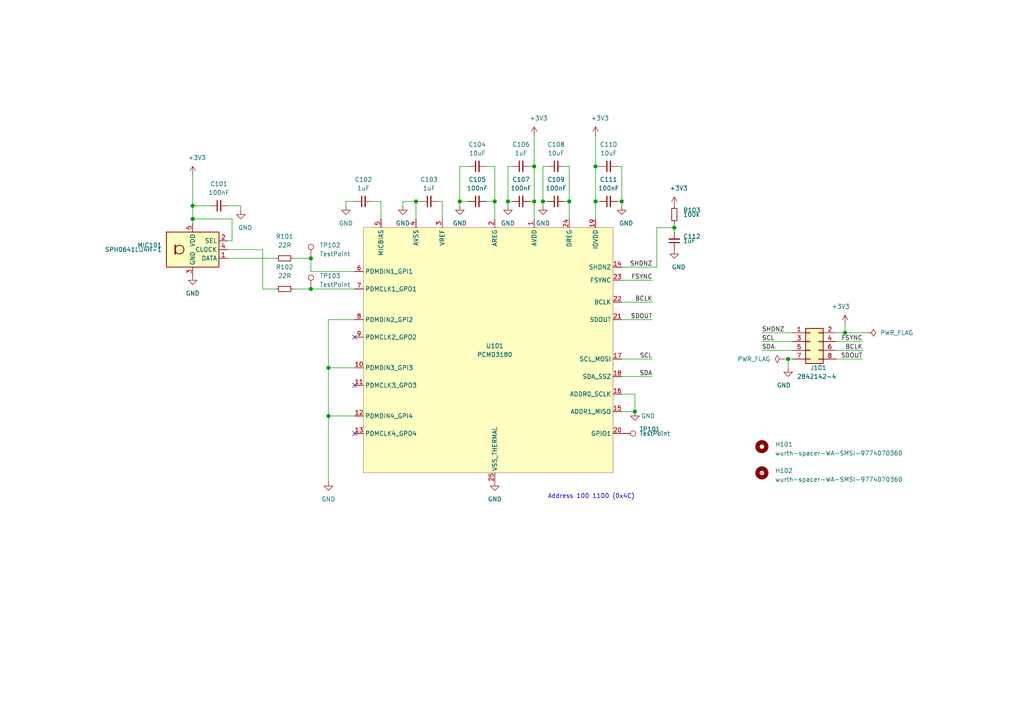
<source format=kicad_sch>
(kicad_sch (version 20210126) (generator eeschema)
  (paper "A4")
  (lib_symbols
    (symbol "Connector:TestPoint" (pin_numbers hide) (pin_names (offset 0.762) hide)
      (property "Reference" "TP" (at 0 6.858 0))
      (property "Value" "TestPoint" (at 0 5.08 0))
      (symbol "TestPoint_0_1"
        (circle (center 0 3.302) (radius 0.762))
      )
      (symbol "TestPoint_1_1"
        (pin passive line (at 0 0 90) (length 2.54) (name "1") (number "1"))
      )
    )
    (symbol "Connector_Generic:Conn_02x04_Odd_Even" (pin_names (offset 1.016) hide)
      (property "Reference" "J" (at 1.27 5.08 0))
      (property "Value" "Conn_02x04_Odd_Even" (at 1.27 -7.62 0))
      (symbol "Conn_02x04_Odd_Even_1_1"
        (rectangle (start -1.27 -4.953) (end 0 -5.207) (stroke (width 0.1524)))
        (rectangle (start -1.27 -2.413) (end 0 -2.667) (stroke (width 0.1524)))
        (rectangle (start -1.27 0.127) (end 0 -0.127) (stroke (width 0.1524)))
        (rectangle (start -1.27 2.667) (end 0 2.413) (stroke (width 0.1524)))
        (rectangle (start 3.81 -4.953) (end 2.54 -5.207) (stroke (width 0.1524)))
        (rectangle (start 3.81 -2.413) (end 2.54 -2.667) (stroke (width 0.1524)))
        (rectangle (start 3.81 0.127) (end 2.54 -0.127) (stroke (width 0.1524)))
        (rectangle (start 3.81 2.667) (end 2.54 2.413) (stroke (width 0.1524)))
        (rectangle (start -1.27 3.81) (end 3.81 -6.35) (stroke (width 0.254)) (fill (type background)))
        (pin passive line (at -5.08 2.54 0) (length 3.81) (name "Pin_1") (number "1"))
        (pin passive line (at 7.62 2.54 180) (length 3.81) (name "Pin_2") (number "2"))
        (pin passive line (at -5.08 0 0) (length 3.81) (name "Pin_3") (number "3"))
        (pin passive line (at 7.62 0 180) (length 3.81) (name "Pin_4") (number "4"))
        (pin passive line (at -5.08 -2.54 0) (length 3.81) (name "Pin_5") (number "5"))
        (pin passive line (at 7.62 -2.54 180) (length 3.81) (name "Pin_6") (number "6"))
        (pin passive line (at -5.08 -5.08 0) (length 3.81) (name "Pin_7") (number "7"))
        (pin passive line (at 7.62 -5.08 180) (length 3.81) (name "Pin_8") (number "8"))
      )
    )
    (symbol "Device:C_Small" (pin_numbers hide) (pin_names (offset 0.254) hide)
      (property "Reference" "C" (at 0.254 1.778 0))
      (property "Value" "C_Small" (at 0.254 -2.032 0))
      (symbol "C_Small_0_1"
        (polyline (pts (xy -1.524 -0.508) (xy 1.524 -0.508)) (stroke (width 0.3302)))
        (polyline (pts (xy -1.524 0.508) (xy 1.524 0.508)) (stroke (width 0.3048)))
      )
      (symbol "C_Small_1_1"
        (pin passive line (at 0 2.54 270) (length 2.032) (name "~") (number "1"))
        (pin passive line (at 0 -2.54 90) (length 2.032) (name "~") (number "2"))
      )
    )
    (symbol "Device:R_Small" (pin_numbers hide) (pin_names (offset 0.254) hide)
      (property "Reference" "R" (at 0.762 0.508 0))
      (property "Value" "R_Small" (at 0.762 -1.016 0))
      (symbol "R_Small_0_1"
        (rectangle (start -0.762 1.778) (end 0.762 -1.778) (stroke (width 0.2032)))
      )
      (symbol "R_Small_1_1"
        (pin passive line (at 0 2.54 270) (length 0.762) (name "~") (number "1"))
        (pin passive line (at 0 -2.54 90) (length 0.762) (name "~") (number "2"))
      )
    )
    (symbol "Mechanical:MountingHole" (pin_names (offset 1.016))
      (property "Reference" "H" (at 0 5.08 0))
      (property "Value" "MountingHole" (at 0 3.175 0))
      (symbol "MountingHole_0_1"
        (circle (center 0 0) (radius 1.27) (stroke (width 1.27)))
      )
    )
    (symbol "Sensor_Audio:SPH0641LU4H-1"
      (property "Reference" "MK" (at 5.08 6.35 0))
      (property "Value" "SPH0641LU4H-1" (at 8.89 -6.35 0))
      (symbol "SPH0641LU4H-1_1_1"
        (circle (center -3.81 0) (radius 1.27) (stroke (width 0.254)))
        (rectangle (start -7.62 5.08) (end 7.62 -5.08) (stroke (width 0.254)) (fill (type background)))
        (polyline (pts (xy -5.08 1.27) (xy -5.08 -1.27)) (stroke (width 0.381)))
        (pin output line (at 10.16 -2.54 180) (length 2.54) (name "DATA") (number "1"))
        (pin input line (at 10.16 2.54 180) (length 2.54) (name "SEL") (number "2"))
        (pin power_in line (at 0 -7.62 90) (length 2.54) (name "GND") (number "3"))
        (pin input line (at 10.16 0 180) (length 2.54) (name "CLOCK") (number "4"))
        (pin power_in line (at 0 7.62 270) (length 2.54) (name "VDD") (number "5"))
      )
    )
    (symbol "j_Audio:PCMD3180"
      (property "Reference" "U" (at 0 1.27 0))
      (property "Value" "PCMD3180" (at 0 -1.27 0))
      (symbol "PCMD3180_0_1"
        (rectangle (start -38.1 35.56) (end 34.29 -35.56) (stroke (width 0.001)) (fill (type background)))
      )
      (symbol "PCMD3180_1_1"
        (pin power_in line (at 11.43 38.1 270) (length 2.54) (name "AVDD") (number "1"))
        (pin input line (at -40.64 -5.08 0) (length 2.54) (name "PDMDIN3_GPI3") (number "10"))
        (pin output line (at -40.64 -10.16 0) (length 2.54) (name "PDMCLK3_GPO3") (number "11"))
        (pin input line (at -40.64 -19.05 0) (length 2.54) (name "PDMDIN4_GPI4") (number "12"))
        (pin output line (at -40.64 -24.13 0) (length 2.54) (name "PDMCLK4_GPO4") (number "13"))
        (pin input line (at 36.83 24.13 180) (length 2.54) (name "SHDNZ") (number "14"))
        (pin bidirectional line (at 36.83 -17.78 180) (length 2.54) (name "ADDR1_MISO") (number "15"))
        (pin input line (at 36.83 -12.7 180) (length 2.54) (name "ADDR0_SCLK") (number "16"))
        (pin input line (at 36.83 -2.54 180) (length 2.54) (name "SCL_MOSI") (number "17"))
        (pin bidirectional line (at 36.83 -7.62 180) (length 2.54) (name "SDA_SSZ") (number "18"))
        (pin power_in line (at 29.21 38.1 270) (length 2.54) (name "IOVDD") (number "19"))
        (pin power_out line (at 0 38.1 270) (length 2.54) (name "AREG") (number "2"))
        (pin bidirectional line (at 36.83 -24.13 180) (length 2.54) (name "GPIO1") (number "20"))
        (pin output line (at 36.83 8.89 180) (length 2.54) (name "SDOUT") (number "21"))
        (pin bidirectional line (at 36.83 13.97 180) (length 2.54) (name "BCLK") (number "22"))
        (pin bidirectional line (at 36.83 20.32 180) (length 2.54) (name "FSYNC") (number "23"))
        (pin power_out line (at 21.59 38.1 270) (length 2.54) (name "DREG") (number "24"))
        (pin power_in line (at 0 -38.1 90) (length 2.54) (name "VSS_THERMAL") (number "25"))
        (pin power_out line (at -15.24 38.1 270) (length 2.54) (name "VREF") (number "3"))
        (pin power_in line (at -22.86 38.1 270) (length 2.54) (name "AVSS") (number "4"))
        (pin power_out line (at -33.02 38.1 270) (length 2.54) (name "MICBIAS") (number "5"))
        (pin input line (at -40.64 22.86 0) (length 2.54) (name "PDMDIN1_GPI1") (number "6"))
        (pin output line (at -40.64 17.78 0) (length 2.54) (name "PDMCLK1_GPO1") (number "7"))
        (pin input line (at -40.64 8.89 0) (length 2.54) (name "PDMDIN2_GPI2") (number "8"))
        (pin output line (at -40.64 3.81 0) (length 2.54) (name "PDMCLK2_GPO2") (number "9"))
      )
    )
    (symbol "power:+3V3" (power) (pin_names (offset 0))
      (property "Value" "+3V3" (at 0 3.556 0))
      (symbol "+3V3_0_1"
        (polyline (pts (xy -0.762 1.27) (xy 0 2.54)))
        (polyline (pts (xy 0 0) (xy 0 2.54)))
        (polyline (pts (xy 0 2.54) (xy 0.762 1.27)))
      )
      (symbol "+3V3_1_1"
        (pin power_in line (at 0 0 90) (length 0) hide (name "+3V3") (number "1"))
      )
    )
    (symbol "power:GND" (power) (pin_names (offset 0))
      (property "Value" "GND" (at 0 -3.81 0))
      (symbol "GND_0_1"
        (polyline (pts (xy 0 0) (xy 0 -1.27) (xy 1.27 -1.27) (xy 0 -2.54) (xy -1.27 -1.27) (xy 0 -1.27)))
      )
      (symbol "GND_1_1"
        (pin power_in line (at 0 0 270) (length 0) hide (name "GND") (number "1"))
      )
    )
    (symbol "power:PWR_FLAG" (power) (pin_numbers hide) (pin_names (offset 0) hide)
      (property "Value" "PWR_FLAG" (at 0 3.81 0))
      (symbol "PWR_FLAG_0_0"
        (pin power_out line (at 0 0 90) (length 0) (name "pwr") (number "1"))
      )
      (symbol "PWR_FLAG_0_1"
        (polyline (pts (xy 0 0) (xy 0 1.27) (xy -1.016 1.905) (xy 0 2.54) (xy 1.016 1.905) (xy 0 1.27)))
      )
    )
  )
  (junction (at 55.88 59.69) (diameter 1.016))
  (junction (at 55.88 63.5) (diameter 1.016))
  (junction (at 90.17 74.93) (diameter 1.016))
  (junction (at 90.17 83.82) (diameter 1.016))
  (junction (at 95.25 106.68) (diameter 1.016))
  (junction (at 95.25 120.65) (diameter 1.016))
  (junction (at 120.65 58.42) (diameter 1.016))
  (junction (at 133.35 58.42) (diameter 1.016))
  (junction (at 143.51 58.42) (diameter 1.016))
  (junction (at 147.32 58.42) (diameter 1.016))
  (junction (at 154.94 48.26) (diameter 1.016))
  (junction (at 154.94 58.42) (diameter 1.016))
  (junction (at 157.48 58.42) (diameter 1.016))
  (junction (at 165.1 58.42) (diameter 1.016))
  (junction (at 172.72 48.26) (diameter 1.016))
  (junction (at 172.72 58.42) (diameter 1.016))
  (junction (at 180.34 58.42) (diameter 1.016))
  (junction (at 184.15 119.38) (diameter 1.016))
  (junction (at 195.58 66.04) (diameter 1.016))
  (junction (at 228.6 104.14) (diameter 1.016))
  (junction (at 245.11 96.52) (diameter 1.016))
  (no_connect (at 102.87 97.79))
  (no_connect (at 102.87 111.76))
  (no_connect (at 102.87 125.73))
  (wire (pts (xy 55.88 50.8) (xy 55.88 59.69)))
  (wire (pts (xy 55.88 59.69) (xy 60.96 59.69)))
  (wire (pts (xy 55.88 63.5) (xy 55.88 59.69)))
  (wire (pts (xy 55.88 63.5) (xy 55.88 64.77)))
  (wire (pts (xy 66.04 59.69) (xy 69.85 59.69)))
  (wire (pts (xy 66.04 72.39) (xy 76.2 72.39)))
  (wire (pts (xy 66.04 74.93) (xy 80.01 74.93)))
  (wire (pts (xy 67.31 63.5) (xy 55.88 63.5)))
  (wire (pts (xy 67.31 69.85) (xy 66.04 69.85)))
  (wire (pts (xy 67.31 69.85) (xy 67.31 63.5)))
  (wire (pts (xy 69.85 59.69) (xy 69.85 60.96)))
  (wire (pts (xy 76.2 72.39) (xy 76.2 83.82)))
  (wire (pts (xy 76.2 83.82) (xy 80.01 83.82)))
  (wire (pts (xy 85.09 74.93) (xy 90.17 74.93)))
  (wire (pts (xy 85.09 83.82) (xy 90.17 83.82)))
  (wire (pts (xy 90.17 74.93) (xy 90.17 78.74)))
  (wire (pts (xy 90.17 78.74) (xy 102.87 78.74)))
  (wire (pts (xy 90.17 83.82) (xy 102.87 83.82)))
  (wire (pts (xy 95.25 92.71) (xy 95.25 106.68)))
  (wire (pts (xy 95.25 106.68) (xy 95.25 120.65)))
  (wire (pts (xy 95.25 106.68) (xy 102.87 106.68)))
  (wire (pts (xy 95.25 120.65) (xy 95.25 139.7)))
  (wire (pts (xy 95.25 120.65) (xy 102.87 120.65)))
  (wire (pts (xy 100.33 58.42) (xy 100.33 59.69)))
  (wire (pts (xy 102.87 58.42) (xy 100.33 58.42)))
  (wire (pts (xy 102.87 92.71) (xy 95.25 92.71)))
  (wire (pts (xy 107.95 58.42) (xy 110.49 58.42)))
  (wire (pts (xy 110.49 58.42) (xy 110.49 63.5)))
  (wire (pts (xy 116.84 58.42) (xy 120.65 58.42)))
  (wire (pts (xy 116.84 59.69) (xy 116.84 58.42)))
  (wire (pts (xy 120.65 58.42) (xy 121.92 58.42)))
  (wire (pts (xy 120.65 63.5) (xy 120.65 58.42)))
  (wire (pts (xy 127 58.42) (xy 128.27 58.42)))
  (wire (pts (xy 128.27 58.42) (xy 128.27 63.5)))
  (wire (pts (xy 133.35 48.26) (xy 135.89 48.26)))
  (wire (pts (xy 133.35 58.42) (xy 133.35 48.26)))
  (wire (pts (xy 133.35 58.42) (xy 135.89 58.42)))
  (wire (pts (xy 133.35 59.69) (xy 133.35 58.42)))
  (wire (pts (xy 140.97 58.42) (xy 143.51 58.42)))
  (wire (pts (xy 143.51 48.26) (xy 140.97 48.26)))
  (wire (pts (xy 143.51 48.26) (xy 143.51 58.42)))
  (wire (pts (xy 143.51 58.42) (xy 143.51 63.5)))
  (wire (pts (xy 147.32 48.26) (xy 147.32 58.42)))
  (wire (pts (xy 147.32 58.42) (xy 147.32 59.69)))
  (wire (pts (xy 147.32 58.42) (xy 148.59 58.42)))
  (wire (pts (xy 148.59 48.26) (xy 147.32 48.26)))
  (wire (pts (xy 153.67 48.26) (xy 154.94 48.26)))
  (wire (pts (xy 153.67 58.42) (xy 154.94 58.42)))
  (wire (pts (xy 154.94 39.37) (xy 154.94 48.26)))
  (wire (pts (xy 154.94 48.26) (xy 154.94 58.42)))
  (wire (pts (xy 154.94 58.42) (xy 154.94 63.5)))
  (wire (pts (xy 157.48 48.26) (xy 158.75 48.26)))
  (wire (pts (xy 157.48 58.42) (xy 157.48 48.26)))
  (wire (pts (xy 157.48 58.42) (xy 158.75 58.42)))
  (wire (pts (xy 157.48 59.69) (xy 157.48 58.42)))
  (wire (pts (xy 163.83 58.42) (xy 165.1 58.42)))
  (wire (pts (xy 165.1 48.26) (xy 163.83 48.26)))
  (wire (pts (xy 165.1 58.42) (xy 165.1 48.26)))
  (wire (pts (xy 165.1 63.5) (xy 165.1 58.42)))
  (wire (pts (xy 172.72 39.37) (xy 172.72 48.26)))
  (wire (pts (xy 172.72 48.26) (xy 172.72 58.42)))
  (wire (pts (xy 172.72 58.42) (xy 172.72 63.5)))
  (wire (pts (xy 172.72 58.42) (xy 173.99 58.42)))
  (wire (pts (xy 173.99 48.26) (xy 172.72 48.26)))
  (wire (pts (xy 179.07 48.26) (xy 180.34 48.26)))
  (wire (pts (xy 180.34 48.26) (xy 180.34 58.42)))
  (wire (pts (xy 180.34 58.42) (xy 179.07 58.42)))
  (wire (pts (xy 180.34 58.42) (xy 180.34 59.69)))
  (wire (pts (xy 180.34 77.47) (xy 190.5 77.47)))
  (wire (pts (xy 180.34 81.28) (xy 189.23 81.28)))
  (wire (pts (xy 180.34 87.63) (xy 189.23 87.63)))
  (wire (pts (xy 180.34 92.71) (xy 189.23 92.71)))
  (wire (pts (xy 180.34 104.14) (xy 189.23 104.14)))
  (wire (pts (xy 180.34 109.22) (xy 189.23 109.22)))
  (wire (pts (xy 180.34 114.3) (xy 184.15 114.3)))
  (wire (pts (xy 184.15 114.3) (xy 184.15 119.38)))
  (wire (pts (xy 184.15 119.38) (xy 180.34 119.38)))
  (wire (pts (xy 190.5 66.04) (xy 195.58 66.04)))
  (wire (pts (xy 190.5 77.47) (xy 190.5 66.04)))
  (wire (pts (xy 195.58 64.77) (xy 195.58 66.04)))
  (wire (pts (xy 195.58 66.04) (xy 195.58 67.31)))
  (wire (pts (xy 228.6 104.14) (xy 227.33 104.14)))
  (wire (pts (xy 228.6 104.14) (xy 228.6 106.68)))
  (wire (pts (xy 229.87 96.52) (xy 220.98 96.52)))
  (wire (pts (xy 229.87 99.06) (xy 220.98 99.06)))
  (wire (pts (xy 229.87 101.6) (xy 220.98 101.6)))
  (wire (pts (xy 229.87 104.14) (xy 228.6 104.14)))
  (wire (pts (xy 245.11 93.98) (xy 245.11 96.52)))
  (wire (pts (xy 245.11 96.52) (xy 242.57 96.52)))
  (wire (pts (xy 250.19 99.06) (xy 242.57 99.06)))
  (wire (pts (xy 250.19 101.6) (xy 242.57 101.6)))
  (wire (pts (xy 250.19 104.14) (xy 242.57 104.14)))
  (wire (pts (xy 251.46 96.52) (xy 245.11 96.52)))
  (text "Address 100 1100 (0x4C)" (at 184.15 144.78 180) (effects (font (size 1.27 1.27)) (justify right bottom)))
  (label "SHDNZ" (at 189.23 77.47 180))
  (label "FSYNC" (at 189.23 81.28 180))
  (label "BCLK" (at 189.23 87.63 180))
  (label "SDOUT" (at 189.23 92.71 180))
  (label "SCL" (at 189.23 104.14 180))
  (label "SDA" (at 189.23 109.22 180))
  (label "SHDNZ" (at 220.98 96.52 0))
  (label "SCL" (at 220.98 99.06 0))
  (label "SDA" (at 220.98 101.6 0))
  (label "FSYNC" (at 250.19 99.06 180))
  (label "BCLK" (at 250.19 101.6 180))
  (label "SDOUT" (at 250.19 104.14 180))
  (symbol (lib_id "power:+3V3") (at 55.88 50.8 0) (unit 1)
    (property "Reference" "#PWR0104" (effects hide))
    (property "Value" "+3V3" (at 57.15 45.72 0))
  )
  (symbol (lib_id "power:+3V3") (at 154.94 39.37 0) (unit 1)
    (property "Reference" "#PWR0109" (effects hide))
    (property "Value" "+3V3" (at 156.21 34.29 0))
  )
  (symbol (lib_id "power:+3V3") (at 172.72 39.37 0) (unit 1)
    (property "Reference" "#PWR0110" (effects hide))
    (property "Value" "+3V3" (at 173.99 34.29 0))
  )
  (symbol (lib_id "power:+3V3") (at 195.58 59.69 0) (unit 1)
    (property "Reference" "#PWR0111" (effects hide))
    (property "Value" "+3V3" (at 196.85 54.61 0))
  )
  (symbol (lib_id "power:+3V3") (at 245.11 93.98 0) (mirror y) (unit 1)
    (property "Reference" "#PWR0118" (effects hide))
    (property "Value" "+3V3" (at 243.84 88.9 0))
  )
  (symbol (lib_id "power:PWR_FLAG") (at 227.33 104.14 90) (mirror x) (unit 1)
    (property "Reference" "#FLG0102" (effects hide))
    (property "Value" "PWR_FLAG" (at 223.52 104.14 90) (effects (justify left)))
  )
  (symbol (lib_id "power:PWR_FLAG") (at 251.46 96.52 270) (unit 1)
    (property "Reference" "#FLG0101" (effects hide))
    (property "Value" "PWR_FLAG" (at 255.27 96.52 90) (effects (justify left)))
  )
  (symbol (lib_id "Connector:TestPoint") (at 90.17 74.93 0) (unit 1)
    (property "Reference" "TP102" (at 92.71 71.12 0) (effects (justify left)))
    (property "Value" "TestPoint" (at 92.71 73.66 0) (effects (justify left)))
    (property "Footprint" "TestPoint:TestPoint_Pad_D1.0mm" (effects hide))
  )
  (symbol (lib_id "Connector:TestPoint") (at 90.17 83.82 0) (unit 1)
    (property "Reference" "TP103" (at 92.71 80.01 0) (effects (justify left)))
    (property "Value" "TestPoint" (at 92.71 82.55 0) (effects (justify left)))
    (property "Footprint" "TestPoint:TestPoint_Pad_D1.0mm" (effects hide))
  )
  (symbol (lib_id "Connector:TestPoint") (at 180.34 125.73 270) (unit 1)
    (property "Reference" "TP101" (at 185.42 124.46 90) (effects (justify left)))
    (property "Value" "TestPoint" (at 185.42 125.73 90) (effects (justify left)))
    (property "Footprint" "TestPoint:TestPoint_Pad_D1.0mm" (effects hide))
  )
  (symbol (lib_id "power:GND") (at 55.88 80.01 0) (unit 1)
    (property "Reference" "#PWR0106" (effects hide))
    (property "Value" "GND" (at 55.88 85.09 0))
  )
  (symbol (lib_id "power:GND") (at 69.85 60.96 0) (unit 1)
    (property "Reference" "#PWR0105" (effects hide))
    (property "Value" "GND" (at 71.12 66.04 0))
  )
  (symbol (lib_id "power:GND") (at 95.25 139.7 0) (unit 1)
    (property "Reference" "#PWR0107" (effects hide))
    (property "Value" "GND" (at 95.25 144.78 0))
  )
  (symbol (lib_id "power:GND") (at 100.33 59.69 0) (unit 1)
    (property "Reference" "#PWR0103" (effects hide))
    (property "Value" "GND" (at 100.33 64.77 0))
  )
  (symbol (lib_id "power:GND") (at 116.84 59.69 0) (mirror y) (unit 1)
    (property "Reference" "#PWR0101" (effects hide))
    (property "Value" "GND" (at 116.84 64.77 0))
  )
  (symbol (lib_id "power:GND") (at 133.35 59.69 0) (mirror y) (unit 1)
    (property "Reference" "#PWR0102" (effects hide))
    (property "Value" "GND" (at 133.35 64.77 0))
  )
  (symbol (lib_id "power:GND") (at 143.51 139.7 0) (unit 1)
    (property "Reference" "#PWR0115" (effects hide))
    (property "Value" "GND" (at 143.51 144.78 0))
  )
  (symbol (lib_id "power:GND") (at 147.32 59.69 0) (mirror y) (unit 1)
    (property "Reference" "#PWR0108" (effects hide))
    (property "Value" "GND" (at 147.32 64.77 0))
  )
  (symbol (lib_id "power:GND") (at 157.48 59.69 0) (mirror y) (unit 1)
    (property "Reference" "#PWR0114" (effects hide))
    (property "Value" "GND" (at 157.48 64.77 0))
  )
  (symbol (lib_id "power:GND") (at 180.34 59.69 0) (unit 1)
    (property "Reference" "#PWR0112" (effects hide))
    (property "Value" "GND" (at 181.61 64.77 0))
  )
  (symbol (lib_id "power:GND") (at 184.15 119.38 0) (unit 1)
    (property "Reference" "#PWR0116" (effects hide))
    (property "Value" "GND" (at 187.96 120.65 0))
  )
  (symbol (lib_id "power:GND") (at 195.58 72.39 0) (unit 1)
    (property "Reference" "#PWR0113" (effects hide))
    (property "Value" "GND" (at 196.85 77.47 0))
  )
  (symbol (lib_id "power:GND") (at 228.6 106.68 0) (mirror y) (unit 1)
    (property "Reference" "#PWR0117" (effects hide))
    (property "Value" "GND" (at 227.33 111.76 0))
  )
  (symbol (lib_id "Device:R_Small") (at 82.55 74.93 90) (unit 1)
    (property "Reference" "R101" (at 82.55 68.58 90))
    (property "Value" "22R" (at 82.55 71.12 90))
    (property "Footprint" "Resistor_SMD:R_0402_1005Metric" (effects hide))
  )
  (symbol (lib_id "Device:R_Small") (at 82.55 83.82 90) (mirror x) (unit 1)
    (property "Reference" "R102" (at 82.55 77.47 90))
    (property "Value" "22R" (at 82.55 80.01 90))
    (property "Footprint" "Resistor_SMD:R_0402_1005Metric" (effects hide))
  )
  (symbol (lib_id "Device:R_Small") (at 195.58 62.23 180) (unit 1)
    (property "Reference" "R103" (at 198.12 60.96 0) (effects (justify right)))
    (property "Value" "100k" (at 198.12 62.23 0) (effects (justify right)))
    (property "Footprint" "Resistor_SMD:R_0603_1608Metric" (effects hide))
  )
  (symbol (lib_id "Mechanical:MountingHole") (at 220.98 129.54 0) (unit 1)
    (property "Reference" "H101" (at 224.79 128.9049 0) (effects (justify left)))
    (property "Value" "wurth-spacer-WA-SMSI-9774070360" (at 224.79 131.4449 0) (effects (justify left)))
    (property "Footprint" "jeffmakes-footprints:wurth-spacer-WA-SMSI-9774070360R" (effects hide))
  )
  (symbol (lib_id "Mechanical:MountingHole") (at 220.98 137.16 0) (unit 1)
    (property "Reference" "H102" (at 224.79 136.5249 0) (effects (justify left)))
    (property "Value" "wurth-spacer-WA-SMSI-9774070360" (at 224.79 139.0649 0) (effects (justify left)))
    (property "Footprint" "jeffmakes-footprints:wurth-spacer-WA-SMSI-9774070360R" (effects hide))
    (property "Datasheet" "~" (at 220.98 137.16 0))
  )
  (symbol (lib_id "Device:C_Small") (at 63.5 59.69 90) (unit 1)
    (property "Reference" "C101" (at 63.5 53.34 90))
    (property "Value" "100nF" (at 63.5 55.88 90))
    (property "Footprint" "Capacitor_SMD:C_0402_1005Metric" (effects hide))
  )
  (symbol (lib_id "Device:C_Small") (at 105.41 58.42 90) (unit 1)
    (property "Reference" "C102" (at 105.41 52.07 90))
    (property "Value" "1uF" (at 105.41 54.61 90))
    (property "Footprint" "Capacitor_SMD:C_0402_1005Metric" (effects hide))
  )
  (symbol (lib_id "Device:C_Small") (at 124.46 58.42 90) (unit 1)
    (property "Reference" "C103" (at 124.46 52.07 90))
    (property "Value" "1uF" (at 124.46 54.61 90))
    (property "Footprint" "Capacitor_SMD:C_0402_1005Metric" (effects hide))
  )
  (symbol (lib_id "Device:C_Small") (at 138.43 48.26 90) (unit 1)
    (property "Reference" "C104" (at 138.43 41.91 90))
    (property "Value" "10uF" (at 138.43 44.45 90))
    (property "Footprint" "Capacitor_SMD:C_0603_1608Metric" (effects hide))
  )
  (symbol (lib_id "Device:C_Small") (at 138.43 58.42 90) (unit 1)
    (property "Reference" "C105" (at 138.43 52.07 90))
    (property "Value" "100nF" (at 138.43 54.61 90))
    (property "Footprint" "Capacitor_SMD:C_0402_1005Metric" (effects hide))
  )
  (symbol (lib_id "Device:C_Small") (at 151.13 48.26 90) (unit 1)
    (property "Reference" "C106" (at 151.13 41.91 90))
    (property "Value" "1uF" (at 151.13 44.45 90))
    (property "Footprint" "Capacitor_SMD:C_0402_1005Metric" (effects hide))
  )
  (symbol (lib_id "Device:C_Small") (at 151.13 58.42 90) (unit 1)
    (property "Reference" "C107" (at 151.13 52.07 90))
    (property "Value" "100nF" (at 151.13 54.61 90))
    (property "Footprint" "Capacitor_SMD:C_0402_1005Metric" (effects hide))
  )
  (symbol (lib_id "Device:C_Small") (at 161.29 48.26 90) (unit 1)
    (property "Reference" "C108" (at 161.29 41.91 90))
    (property "Value" "10uF" (at 161.29 44.45 90))
    (property "Footprint" "Capacitor_SMD:C_0603_1608Metric" (effects hide))
  )
  (symbol (lib_id "Device:C_Small") (at 161.29 58.42 90) (unit 1)
    (property "Reference" "C109" (at 161.29 52.07 90))
    (property "Value" "100nF" (at 161.29 54.61 90))
    (property "Footprint" "Capacitor_SMD:C_0402_1005Metric" (effects hide))
  )
  (symbol (lib_id "Device:C_Small") (at 176.53 48.26 90) (unit 1)
    (property "Reference" "C110" (at 176.53 41.91 90))
    (property "Value" "10uF" (at 176.53 44.45 90))
    (property "Footprint" "Capacitor_SMD:C_0603_1608Metric" (effects hide))
  )
  (symbol (lib_id "Device:C_Small") (at 176.53 58.42 90) (unit 1)
    (property "Reference" "C111" (at 176.53 52.07 90))
    (property "Value" "100nF" (at 176.53 54.61 90))
    (property "Footprint" "Capacitor_SMD:C_0402_1005Metric" (effects hide))
  )
  (symbol (lib_id "Device:C_Small") (at 195.58 69.85 180) (unit 1)
    (property "Reference" "C112" (at 198.12 68.58 0) (effects (justify right)))
    (property "Value" "1uF" (at 198.12 69.85 0) (effects (justify right)))
    (property "Footprint" "Capacitor_SMD:C_0603_1608Metric" (effects hide))
  )
  (symbol (lib_id "Connector_Generic:Conn_02x04_Odd_Even") (at 234.95 99.06 0) (unit 1)
    (property "Reference" "J101" (at 234.95 106.68 0) (effects (justify left)))
    (property "Value" "2842142-4" (at 231.14 109.22 0) (effects (justify left)))
    (property "Footprint" "jeffmakes-footprints:PinHeader_2x04_P2.00mm_Vertical_SMD_AMPMODU" (effects hide))
  )
  (symbol (lib_id "Sensor_Audio:SPH0641LU4H-1") (at 55.88 72.39 0) (unit 1)
    (property "Reference" "MIC101" (at 46.99 71.12 0) (effects (justify right)))
    (property "Value" "SPH0641LU4H-1" (at 46.99 72.39 0) (effects (justify right)))
    (property "Footprint" "Sensor_Audio:Knowles_LGA-5_3.5x2.65mm" (effects hide))
    (property "Datasheet" "https://www.knowles.com/docs/default-source/model-downloads/sph0641lu4h-1-revb.pdf" (effects hide))
  )
  (symbol (lib_id "j_Audio:PCMD3180") (at 143.51 101.6 0) (unit 1)
    (property "Reference" "U101" (at 143.51 100.33 0))
    (property "Value" "PCMD3180" (at 143.51 102.87 0))
    (property "Footprint" "Package_DFN_QFN:QFN-24-1EP_4x4mm_P0.5mm_EP2.65x2.65mm_ThermalVias" (effects hide))
  )
)
</source>
